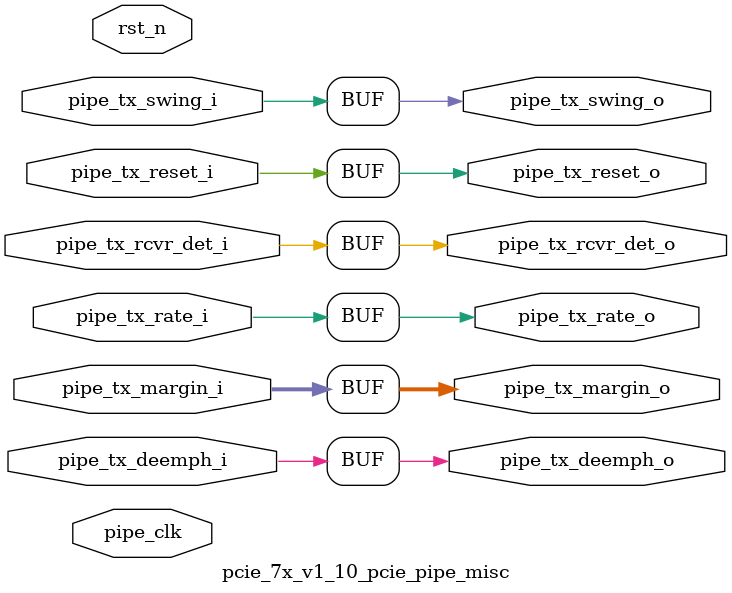
<source format=v>

`timescale 1ps/1ps

module pcie_7x_v1_10_pcie_pipe_misc #
(
    parameter        PIPE_PIPELINE_STAGES = 0    // 0 - 0 stages, 1 - 1 stage, 2 - 2 stages
)
(

    input   wire        pipe_tx_rcvr_det_i       ,     // PIPE Tx Receiver Detect
    input   wire        pipe_tx_reset_i          ,     // PIPE Tx Reset
    input   wire        pipe_tx_rate_i           ,     // PIPE Tx Rate
    input   wire        pipe_tx_deemph_i         ,     // PIPE Tx Deemphasis
    input   wire [2:0]  pipe_tx_margin_i         ,     // PIPE Tx Margin
    input   wire        pipe_tx_swing_i          ,     // PIPE Tx Swing

    output  wire        pipe_tx_rcvr_det_o       ,     // Pipelined PIPE Tx Receiver Detect
    output  wire        pipe_tx_reset_o          ,     // Pipelined PIPE Tx Reset
    output  wire        pipe_tx_rate_o           ,     // Pipelined PIPE Tx Rate
    output  wire        pipe_tx_deemph_o         ,     // Pipelined PIPE Tx Deemphasis
    output  wire [2:0]  pipe_tx_margin_o         ,     // Pipelined PIPE Tx Margin
    output  wire        pipe_tx_swing_o          ,     // Pipelined PIPE Tx Swing

    input   wire        pipe_clk                ,      // PIPE Clock
    input   wire        rst_n                          // Reset
);

//******************************************************************//
// Reality check.                                                   //
//******************************************************************//

    parameter TCQ  = 1;      // clock to out delay model

    generate

    if (PIPE_PIPELINE_STAGES == 0) begin : pipe_stages_0

        assign pipe_tx_rcvr_det_o = pipe_tx_rcvr_det_i;
        assign pipe_tx_reset_o  = pipe_tx_reset_i;
        assign pipe_tx_rate_o = pipe_tx_rate_i;
        assign pipe_tx_deemph_o = pipe_tx_deemph_i;
        assign pipe_tx_margin_o = pipe_tx_margin_i;
        assign pipe_tx_swing_o = pipe_tx_swing_i;

    end // if (PIPE_PIPELINE_STAGES == 0)
    else if (PIPE_PIPELINE_STAGES == 1) begin : pipe_stages_1

    reg                pipe_tx_rcvr_det_q       ;
    reg                pipe_tx_reset_q          ;
    reg                pipe_tx_rate_q           ;
    reg                pipe_tx_deemph_q         ;
    reg [2:0]          pipe_tx_margin_q         ;
    reg                pipe_tx_swing_q          ;

        always @(posedge pipe_clk) begin

        if (rst_n)
        begin

            pipe_tx_rcvr_det_q <= #TCQ 0;
            pipe_tx_reset_q  <= #TCQ 1'b1;
            pipe_tx_rate_q <= #TCQ 0;
            pipe_tx_deemph_q <= #TCQ 1'b1;
            pipe_tx_margin_q <= #TCQ 0;
            pipe_tx_swing_q <= #TCQ 0;

        end
        else
        begin

            pipe_tx_rcvr_det_q <= #TCQ pipe_tx_rcvr_det_i;
            pipe_tx_reset_q  <= #TCQ pipe_tx_reset_i;
            pipe_tx_rate_q <= #TCQ pipe_tx_rate_i;
            pipe_tx_deemph_q <= #TCQ pipe_tx_deemph_i;
            pipe_tx_margin_q <= #TCQ pipe_tx_margin_i;
            pipe_tx_swing_q <= #TCQ pipe_tx_swing_i;

          end

        end

        assign pipe_tx_rcvr_det_o = pipe_tx_rcvr_det_q;
        assign pipe_tx_reset_o  = pipe_tx_reset_q;
        assign pipe_tx_rate_o = pipe_tx_rate_q;
        assign pipe_tx_deemph_o = pipe_tx_deemph_q;
        assign pipe_tx_margin_o = pipe_tx_margin_q;
        assign pipe_tx_swing_o = pipe_tx_swing_q;

    end // if (PIPE_PIPELINE_STAGES == 1)
    else if (PIPE_PIPELINE_STAGES == 2) begin : pipe_stages_2

    reg                pipe_tx_rcvr_det_q       ;
    reg                pipe_tx_reset_q          ;
    reg                pipe_tx_rate_q           ;
    reg                pipe_tx_deemph_q         ;
    reg [2:0]          pipe_tx_margin_q         ;
    reg                pipe_tx_swing_q          ;

    reg                pipe_tx_rcvr_det_qq      ;
    reg                pipe_tx_reset_qq         ;
    reg                pipe_tx_rate_qq          ;
    reg                pipe_tx_deemph_qq        ;
    reg [2:0]          pipe_tx_margin_qq        ;
    reg                pipe_tx_swing_qq         ;

        always @(posedge pipe_clk) begin

        if (rst_n)
        begin

            pipe_tx_rcvr_det_q <= #TCQ 0;
            pipe_tx_reset_q  <= #TCQ 1'b1;
            pipe_tx_rate_q <= #TCQ 0;
            pipe_tx_deemph_q <= #TCQ 1'b1;
            pipe_tx_margin_q <= #TCQ 0;
            pipe_tx_swing_q <= #TCQ 0;

            pipe_tx_rcvr_det_qq <= #TCQ 0;
            pipe_tx_reset_qq  <= #TCQ 1'b1;
            pipe_tx_rate_qq <= #TCQ 0;
            pipe_tx_deemph_qq <= #TCQ 1'b1;
            pipe_tx_margin_qq <= #TCQ 0;
            pipe_tx_swing_qq <= #TCQ 0;

        end
        else
        begin

            pipe_tx_rcvr_det_q <= #TCQ pipe_tx_rcvr_det_i;
            pipe_tx_reset_q  <= #TCQ pipe_tx_reset_i;
            pipe_tx_rate_q <= #TCQ pipe_tx_rate_i;
            pipe_tx_deemph_q <= #TCQ pipe_tx_deemph_i;
            pipe_tx_margin_q <= #TCQ pipe_tx_margin_i;
            pipe_tx_swing_q <= #TCQ pipe_tx_swing_i;

            pipe_tx_rcvr_det_qq <= #TCQ pipe_tx_rcvr_det_q;
            pipe_tx_reset_qq  <= #TCQ pipe_tx_reset_q;
            pipe_tx_rate_qq <= #TCQ pipe_tx_rate_q;
            pipe_tx_deemph_qq <= #TCQ pipe_tx_deemph_q;
            pipe_tx_margin_qq <= #TCQ pipe_tx_margin_q;
            pipe_tx_swing_qq <= #TCQ pipe_tx_swing_q;

          end

        end

        assign pipe_tx_rcvr_det_o = pipe_tx_rcvr_det_qq;
        assign pipe_tx_reset_o  = pipe_tx_reset_qq;
        assign pipe_tx_rate_o = pipe_tx_rate_qq;
        assign pipe_tx_deemph_o = pipe_tx_deemph_qq;
        assign pipe_tx_margin_o = pipe_tx_margin_qq;
        assign pipe_tx_swing_o = pipe_tx_swing_qq;

    end // if (PIPE_PIPELINE_STAGES == 2)

    endgenerate

endmodule


</source>
